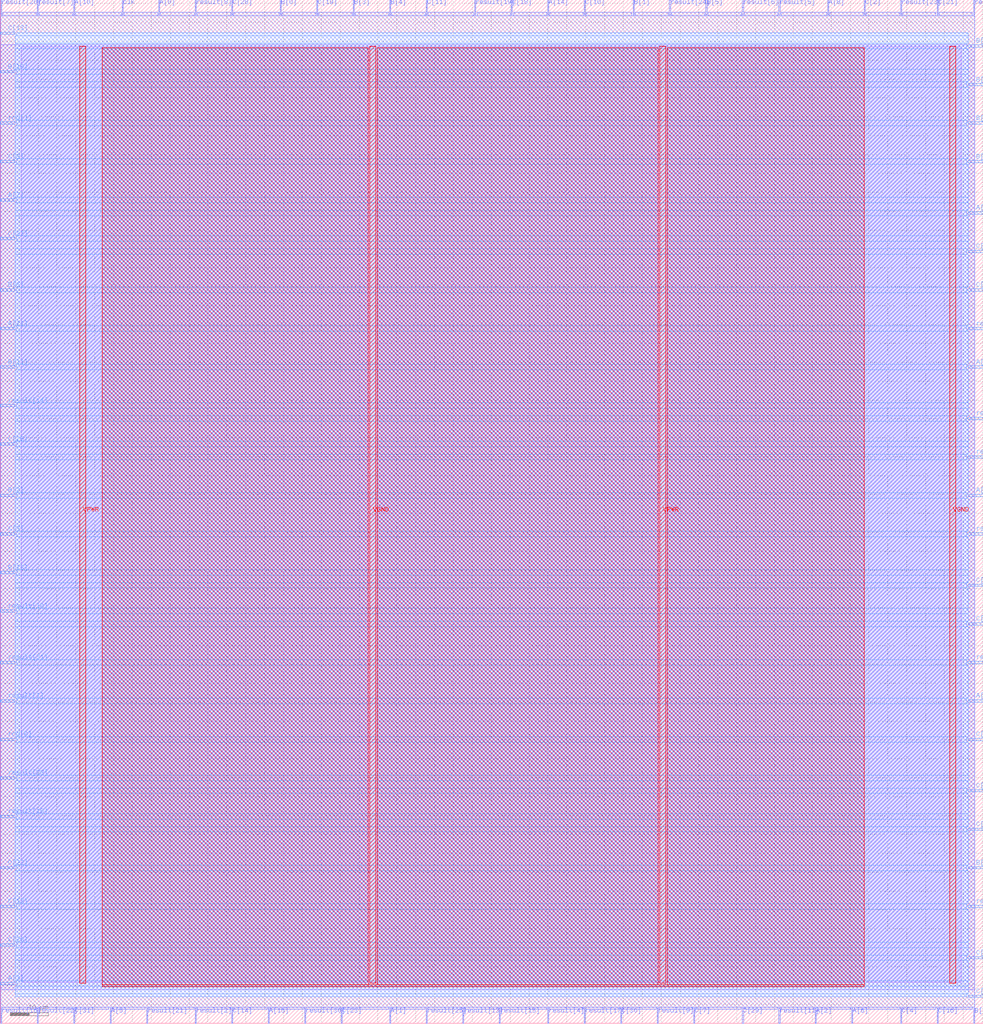
<source format=lef>
VERSION 5.7 ;
  NOWIREEXTENSIONATPIN ON ;
  DIVIDERCHAR "/" ;
  BUSBITCHARS "[]" ;
MACRO FFPMAC
  CLASS BLOCK ;
  FOREIGN FFPMAC ;
  ORIGIN 0.000 0.000 ;
  SIZE 260.260 BY 270.980 ;
  PIN A[0]
    DIRECTION INPUT ;
    USE SIGNAL ;
    PORT
      LAYER met2 ;
        RECT 41.950 266.980 42.230 270.980 ;
    END
  END A[0]
  PIN A[10]
    DIRECTION INPUT ;
    USE SIGNAL ;
    PORT
      LAYER met2 ;
        RECT 19.410 266.980 19.690 270.980 ;
    END
  END A[10]
  PIN A[11]
    DIRECTION INPUT ;
    USE SIGNAL ;
    PORT
      LAYER met3 ;
        RECT 0.000 183.640 4.000 184.240 ;
    END
  END A[11]
  PIN A[12]
    DIRECTION INPUT ;
    USE SIGNAL ;
    PORT
      LAYER met3 ;
        RECT 256.260 85.040 260.260 85.640 ;
    END
  END A[12]
  PIN A[13]
    DIRECTION INPUT ;
    USE SIGNAL ;
    PORT
      LAYER met3 ;
        RECT 256.260 173.440 260.260 174.040 ;
    END
  END A[13]
  PIN A[14]
    DIRECTION INPUT ;
    USE SIGNAL ;
    PORT
      LAYER met2 ;
        RECT 144.990 266.980 145.270 270.980 ;
    END
  END A[14]
  PIN A[15]
    DIRECTION INPUT ;
    USE SIGNAL ;
    PORT
      LAYER met2 ;
        RECT 70.930 0.000 71.210 4.000 ;
    END
  END A[15]
  PIN A[1]
    DIRECTION INPUT ;
    USE SIGNAL ;
    PORT
      LAYER met2 ;
        RECT 103.130 0.000 103.410 4.000 ;
    END
  END A[1]
  PIN A[2]
    DIRECTION INPUT ;
    USE SIGNAL ;
    PORT
      LAYER met2 ;
        RECT 215.830 0.000 216.110 4.000 ;
    END
  END A[2]
  PIN A[3]
    DIRECTION INPUT ;
    USE SIGNAL ;
    PORT
      LAYER met3 ;
        RECT 0.000 10.240 4.000 10.840 ;
    END
  END A[3]
  PIN A[4]
    DIRECTION INPUT ;
    USE SIGNAL ;
    PORT
      LAYER met3 ;
        RECT 256.260 214.240 260.260 214.840 ;
    END
  END A[4]
  PIN A[5]
    DIRECTION INPUT ;
    USE SIGNAL ;
    PORT
      LAYER met2 ;
        RECT 29.070 0.000 29.350 4.000 ;
    END
  END A[5]
  PIN A[6]
    DIRECTION INPUT ;
    USE SIGNAL ;
    PORT
      LAYER met2 ;
        RECT 225.490 0.000 225.770 4.000 ;
    END
  END A[6]
  PIN A[7]
    DIRECTION INPUT ;
    USE SIGNAL ;
    PORT
      LAYER met3 ;
        RECT 0.000 217.640 4.000 218.240 ;
    END
  END A[7]
  PIN A[8]
    DIRECTION INPUT ;
    USE SIGNAL ;
    PORT
      LAYER met2 ;
        RECT 219.050 266.980 219.330 270.980 ;
    END
  END A[8]
  PIN A[9]
    DIRECTION INPUT ;
    USE SIGNAL ;
    PORT
      LAYER met3 ;
        RECT 256.260 139.440 260.260 140.040 ;
    END
  END A[9]
  PIN B[0]
    DIRECTION INPUT ;
    USE SIGNAL ;
    PORT
      LAYER met2 ;
        RECT 74.150 266.980 74.430 270.980 ;
    END
  END B[0]
  PIN B[10]
    DIRECTION INPUT ;
    USE SIGNAL ;
    PORT
      LAYER met3 ;
        RECT 0.000 251.640 4.000 252.240 ;
    END
  END B[10]
  PIN B[11]
    DIRECTION INPUT ;
    USE SIGNAL ;
    PORT
      LAYER met3 ;
        RECT 0.000 173.440 4.000 174.040 ;
    END
  END B[11]
  PIN B[12]
    DIRECTION INPUT ;
    USE SIGNAL ;
    PORT
      LAYER met2 ;
        RECT 257.690 0.000 257.970 4.000 ;
    END
  END B[12]
  PIN B[13]
    DIRECTION INPUT ;
    USE SIGNAL ;
    PORT
      LAYER met3 ;
        RECT 0.000 119.040 4.000 119.640 ;
    END
  END B[13]
  PIN B[14]
    DIRECTION INPUT ;
    USE SIGNAL ;
    PORT
      LAYER met3 ;
        RECT 256.260 238.040 260.260 238.640 ;
    END
  END B[14]
  PIN B[15]
    DIRECTION INPUT ;
    USE SIGNAL ;
    PORT
      LAYER met3 ;
        RECT 256.260 40.840 260.260 41.440 ;
    END
  END B[15]
  PIN B[1]
    DIRECTION INPUT ;
    USE SIGNAL ;
    PORT
      LAYER met2 ;
        RECT 167.530 266.980 167.810 270.980 ;
    END
  END B[1]
  PIN B[2]
    DIRECTION INPUT ;
    USE SIGNAL ;
    PORT
      LAYER met3 ;
        RECT 0.000 139.440 4.000 140.040 ;
    END
  END B[2]
  PIN B[3]
    DIRECTION INPUT ;
    USE SIGNAL ;
    PORT
      LAYER met2 ;
        RECT 93.470 266.980 93.750 270.980 ;
    END
  END B[3]
  PIN B[4]
    DIRECTION INPUT ;
    USE SIGNAL ;
    PORT
      LAYER met2 ;
        RECT 103.130 266.980 103.410 270.980 ;
    END
  END B[4]
  PIN B[5]
    DIRECTION INPUT ;
    USE SIGNAL ;
    PORT
      LAYER met2 ;
        RECT 186.850 266.980 187.130 270.980 ;
    END
  END B[5]
  PIN B[6]
    DIRECTION INPUT ;
    USE SIGNAL ;
    PORT
      LAYER met3 ;
        RECT 0.000 193.840 4.000 194.440 ;
    END
  END B[6]
  PIN B[7]
    DIRECTION INPUT ;
    USE SIGNAL ;
    PORT
      LAYER met3 ;
        RECT 256.260 258.440 260.260 259.040 ;
    END
  END B[7]
  PIN B[8]
    DIRECTION INPUT ;
    USE SIGNAL ;
    PORT
      LAYER met3 ;
        RECT 256.260 227.840 260.260 228.440 ;
    END
  END B[8]
  PIN B[9]
    DIRECTION INPUT ;
    USE SIGNAL ;
    PORT
      LAYER met3 ;
        RECT 256.260 248.240 260.260 248.840 ;
    END
  END B[9]
  PIN C[0]
    DIRECTION INPUT ;
    USE SIGNAL ;
    PORT
      LAYER met3 ;
        RECT 256.260 61.240 260.260 61.840 ;
    END
  END C[0]
  PIN C[10]
    DIRECTION INPUT ;
    USE SIGNAL ;
    PORT
      LAYER met2 ;
        RECT 154.650 266.980 154.930 270.980 ;
    END
  END C[10]
  PIN C[11]
    DIRECTION INPUT ;
    USE SIGNAL ;
    PORT
      LAYER met2 ;
        RECT 112.790 266.980 113.070 270.980 ;
    END
  END C[11]
  PIN C[12]
    DIRECTION INPUT ;
    USE SIGNAL ;
    PORT
      LAYER met3 ;
        RECT 0.000 30.640 4.000 31.240 ;
    END
  END C[12]
  PIN C[13]
    DIRECTION INPUT ;
    USE SIGNAL ;
    PORT
      LAYER met3 ;
        RECT 0.000 261.840 4.000 262.440 ;
    END
  END C[13]
  PIN C[14]
    DIRECTION INPUT ;
    USE SIGNAL ;
    PORT
      LAYER met2 ;
        RECT 61.270 0.000 61.550 4.000 ;
    END
  END C[14]
  PIN C[15]
    DIRECTION INPUT ;
    USE SIGNAL ;
    PORT
      LAYER met3 ;
        RECT 256.260 193.840 260.260 194.440 ;
    END
  END C[15]
  PIN C[16]
    DIRECTION INPUT ;
    USE SIGNAL ;
    PORT
      LAYER met2 ;
        RECT 248.030 0.000 248.310 4.000 ;
    END
  END C[16]
  PIN C[17]
    DIRECTION INPUT ;
    USE SIGNAL ;
    PORT
      LAYER met3 ;
        RECT 256.260 105.440 260.260 106.040 ;
    END
  END C[17]
  PIN C[18]
    DIRECTION INPUT ;
    USE SIGNAL ;
    PORT
      LAYER met2 ;
        RECT 135.330 266.980 135.610 270.980 ;
    END
  END C[18]
  PIN C[19]
    DIRECTION INPUT ;
    USE SIGNAL ;
    PORT
      LAYER met2 ;
        RECT 83.810 266.980 84.090 270.980 ;
    END
  END C[19]
  PIN C[1]
    DIRECTION INPUT ;
    USE SIGNAL ;
    PORT
      LAYER met3 ;
        RECT 256.260 6.840 260.260 7.440 ;
    END
  END C[1]
  PIN C[20]
    DIRECTION INPUT ;
    USE SIGNAL ;
    PORT
      LAYER met3 ;
        RECT 256.260 204.040 260.260 204.640 ;
    END
  END C[20]
  PIN C[21]
    DIRECTION INPUT ;
    USE SIGNAL ;
    PORT
      LAYER met2 ;
        RECT 248.030 266.980 248.310 270.980 ;
    END
  END C[21]
  PIN C[22]
    DIRECTION INPUT ;
    USE SIGNAL ;
    PORT
      LAYER met3 ;
        RECT 0.000 40.840 4.000 41.440 ;
    END
  END C[22]
  PIN C[23]
    DIRECTION INPUT ;
    USE SIGNAL ;
    PORT
      LAYER met2 ;
        RECT 90.250 0.000 90.530 4.000 ;
    END
  END C[23]
  PIN C[24]
    DIRECTION INPUT ;
    USE SIGNAL ;
    PORT
      LAYER met3 ;
        RECT 256.260 51.040 260.260 51.640 ;
    END
  END C[24]
  PIN C[25]
    DIRECTION INPUT ;
    USE SIGNAL ;
    PORT
      LAYER met3 ;
        RECT 0.000 153.040 4.000 153.640 ;
    END
  END C[25]
  PIN C[26]
    DIRECTION INPUT ;
    USE SIGNAL ;
    PORT
      LAYER met3 ;
        RECT 0.000 20.440 4.000 21.040 ;
    END
  END C[26]
  PIN C[27]
    DIRECTION INPUT ;
    USE SIGNAL ;
    PORT
      LAYER met3 ;
        RECT 0.000 207.440 4.000 208.040 ;
    END
  END C[27]
  PIN C[28]
    DIRECTION INPUT ;
    USE SIGNAL ;
    PORT
      LAYER met2 ;
        RECT 61.270 266.980 61.550 270.980 ;
    END
  END C[28]
  PIN C[29]
    DIRECTION INPUT ;
    USE SIGNAL ;
    PORT
      LAYER met2 ;
        RECT 196.510 0.000 196.790 4.000 ;
    END
  END C[29]
  PIN C[2]
    DIRECTION INPUT ;
    USE SIGNAL ;
    PORT
      LAYER met2 ;
        RECT 228.710 266.980 228.990 270.980 ;
    END
  END C[2]
  PIN C[30]
    DIRECTION INPUT ;
    USE SIGNAL ;
    PORT
      LAYER met2 ;
        RECT 164.310 0.000 164.590 4.000 ;
    END
  END C[30]
  PIN C[31]
    DIRECTION INPUT ;
    USE SIGNAL ;
    PORT
      LAYER met2 ;
        RECT 19.410 0.000 19.690 4.000 ;
    END
  END C[31]
  PIN C[3]
    DIRECTION INPUT ;
    USE SIGNAL ;
    PORT
      LAYER met3 ;
        RECT 0.000 129.240 4.000 129.840 ;
    END
  END C[3]
  PIN C[4]
    DIRECTION INPUT ;
    USE SIGNAL ;
    PORT
      LAYER met2 ;
        RECT 238.370 0.000 238.650 4.000 ;
    END
  END C[4]
  PIN C[5]
    DIRECTION INPUT ;
    USE SIGNAL ;
    PORT
      LAYER met3 ;
        RECT 256.260 115.640 260.260 116.240 ;
    END
  END C[5]
  PIN C[6]
    DIRECTION INPUT ;
    USE SIGNAL ;
    PORT
      LAYER met3 ;
        RECT 256.260 74.840 260.260 75.440 ;
    END
  END C[6]
  PIN C[7]
    DIRECTION INPUT ;
    USE SIGNAL ;
    PORT
      LAYER met2 ;
        RECT 183.630 0.000 183.910 4.000 ;
    END
  END C[7]
  PIN C[8]
    DIRECTION INPUT ;
    USE SIGNAL ;
    PORT
      LAYER met3 ;
        RECT 0.000 227.840 4.000 228.440 ;
    END
  END C[8]
  PIN C[9]
    DIRECTION INPUT ;
    USE SIGNAL ;
    PORT
      LAYER met3 ;
        RECT 256.260 17.040 260.260 17.640 ;
    END
  END C[9]
  PIN VGND
    DIRECTION INOUT ;
    USE GROUND ;
    PORT
      LAYER met4 ;
        RECT 97.840 10.640 99.440 258.640 ;
    END
    PORT
      LAYER met4 ;
        RECT 251.440 10.640 253.040 258.640 ;
    END
  END VGND
  PIN VPWR
    DIRECTION INOUT ;
    USE POWER ;
    PORT
      LAYER met4 ;
        RECT 21.040 10.640 22.640 258.640 ;
    END
    PORT
      LAYER met4 ;
        RECT 174.640 10.640 176.240 258.640 ;
    END
  END VPWR
  PIN clk
    DIRECTION INPUT ;
    USE SIGNAL ;
    PORT
      LAYER met2 ;
        RECT 32.290 266.980 32.570 270.980 ;
    END
  END clk
  PIN result[0]
    DIRECTION OUTPUT TRISTATE ;
    USE SIGNAL ;
    PORT
      LAYER met3 ;
        RECT 256.260 95.240 260.260 95.840 ;
    END
  END result[0]
  PIN result[10]
    DIRECTION OUTPUT TRISTATE ;
    USE SIGNAL ;
    PORT
      LAYER met3 ;
        RECT 0.000 108.840 4.000 109.440 ;
    END
  END result[10]
  PIN result[11]
    DIRECTION OUTPUT TRISTATE ;
    USE SIGNAL ;
    PORT
      LAYER met2 ;
        RECT 206.170 0.000 206.450 4.000 ;
    END
  END result[11]
  PIN result[12]
    DIRECTION OUTPUT TRISTATE ;
    USE SIGNAL ;
    PORT
      LAYER met3 ;
        RECT 256.260 183.640 260.260 184.240 ;
    END
  END result[12]
  PIN result[13]
    DIRECTION OUTPUT TRISTATE ;
    USE SIGNAL ;
    PORT
      LAYER met2 ;
        RECT 122.450 0.000 122.730 4.000 ;
    END
  END result[13]
  PIN result[14]
    DIRECTION OUTPUT TRISTATE ;
    USE SIGNAL ;
    PORT
      LAYER met3 ;
        RECT 0.000 163.240 4.000 163.840 ;
    END
  END result[14]
  PIN result[15]
    DIRECTION OUTPUT TRISTATE ;
    USE SIGNAL ;
    PORT
      LAYER met2 ;
        RECT 132.110 0.000 132.390 4.000 ;
    END
  END result[15]
  PIN result[16]
    DIRECTION OUTPUT TRISTATE ;
    USE SIGNAL ;
    PORT
      LAYER met2 ;
        RECT 0.090 0.000 0.370 4.000 ;
    END
  END result[16]
  PIN result[17]
    DIRECTION OUTPUT TRISTATE ;
    USE SIGNAL ;
    PORT
      LAYER met2 ;
        RECT 154.650 0.000 154.930 4.000 ;
    END
  END result[17]
  PIN result[18]
    DIRECTION OUTPUT TRISTATE ;
    USE SIGNAL ;
    PORT
      LAYER met3 ;
        RECT 0.000 54.440 4.000 55.040 ;
    END
  END result[18]
  PIN result[19]
    DIRECTION OUTPUT TRISTATE ;
    USE SIGNAL ;
    PORT
      LAYER met2 ;
        RECT 125.670 266.980 125.950 270.980 ;
    END
  END result[19]
  PIN result[1]
    DIRECTION OUTPUT TRISTATE ;
    USE SIGNAL ;
    PORT
      LAYER met3 ;
        RECT 0.000 85.040 4.000 85.640 ;
    END
  END result[1]
  PIN result[20]
    DIRECTION OUTPUT TRISTATE ;
    USE SIGNAL ;
    PORT
      LAYER met2 ;
        RECT 0.090 266.980 0.370 270.980 ;
    END
  END result[20]
  PIN result[21]
    DIRECTION OUTPUT TRISTATE ;
    USE SIGNAL ;
    PORT
      LAYER met2 ;
        RECT 38.730 0.000 39.010 4.000 ;
    END
  END result[21]
  PIN result[22]
    DIRECTION OUTPUT TRISTATE ;
    USE SIGNAL ;
    PORT
      LAYER met2 ;
        RECT 9.750 0.000 10.030 4.000 ;
    END
  END result[22]
  PIN result[23]
    DIRECTION OUTPUT TRISTATE ;
    USE SIGNAL ;
    PORT
      LAYER met2 ;
        RECT 238.370 266.980 238.650 270.980 ;
    END
  END result[23]
  PIN result[24]
    DIRECTION OUTPUT TRISTATE ;
    USE SIGNAL ;
    PORT
      LAYER met2 ;
        RECT 177.190 266.980 177.470 270.980 ;
    END
  END result[24]
  PIN result[25]
    DIRECTION OUTPUT TRISTATE ;
    USE SIGNAL ;
    PORT
      LAYER met2 ;
        RECT 112.790 0.000 113.070 4.000 ;
    END
  END result[25]
  PIN result[26]
    DIRECTION OUTPUT TRISTATE ;
    USE SIGNAL ;
    PORT
      LAYER met2 ;
        RECT 257.690 266.980 257.970 270.980 ;
    END
  END result[26]
  PIN result[27]
    DIRECTION OUTPUT TRISTATE ;
    USE SIGNAL ;
    PORT
      LAYER met3 ;
        RECT 256.260 30.640 260.260 31.240 ;
    END
  END result[27]
  PIN result[28]
    DIRECTION OUTPUT TRISTATE ;
    USE SIGNAL ;
    PORT
      LAYER met3 ;
        RECT 0.000 64.640 4.000 65.240 ;
    END
  END result[28]
  PIN result[29]
    DIRECTION OUTPUT TRISTATE ;
    USE SIGNAL ;
    PORT
      LAYER met3 ;
        RECT 256.260 149.640 260.260 150.240 ;
    END
  END result[29]
  PIN result[2]
    DIRECTION OUTPUT TRISTATE ;
    USE SIGNAL ;
    PORT
      LAYER met2 ;
        RECT 51.610 0.000 51.890 4.000 ;
    END
  END result[2]
  PIN result[30]
    DIRECTION OUTPUT TRISTATE ;
    USE SIGNAL ;
    PORT
      LAYER met2 ;
        RECT 80.590 0.000 80.870 4.000 ;
    END
  END result[30]
  PIN result[31]
    DIRECTION OUTPUT TRISTATE ;
    USE SIGNAL ;
    PORT
      LAYER met3 ;
        RECT 0.000 95.240 4.000 95.840 ;
    END
  END result[31]
  PIN result[3]
    DIRECTION OUTPUT TRISTATE ;
    USE SIGNAL ;
    PORT
      LAYER met3 ;
        RECT 256.260 159.840 260.260 160.440 ;
    END
  END result[3]
  PIN result[4]
    DIRECTION OUTPUT TRISTATE ;
    USE SIGNAL ;
    PORT
      LAYER met2 ;
        RECT 144.990 0.000 145.270 4.000 ;
    END
  END result[4]
  PIN result[5]
    DIRECTION OUTPUT TRISTATE ;
    USE SIGNAL ;
    PORT
      LAYER met2 ;
        RECT 206.170 266.980 206.450 270.980 ;
    END
  END result[5]
  PIN result[6]
    DIRECTION OUTPUT TRISTATE ;
    USE SIGNAL ;
    PORT
      LAYER met2 ;
        RECT 196.510 266.980 196.790 270.980 ;
    END
  END result[6]
  PIN result[7]
    DIRECTION OUTPUT TRISTATE ;
    USE SIGNAL ;
    PORT
      LAYER met2 ;
        RECT 9.750 266.980 10.030 270.980 ;
    END
  END result[7]
  PIN result[8]
    DIRECTION OUTPUT TRISTATE ;
    USE SIGNAL ;
    PORT
      LAYER met2 ;
        RECT 51.610 266.980 51.890 270.980 ;
    END
  END result[8]
  PIN result[9]
    DIRECTION OUTPUT TRISTATE ;
    USE SIGNAL ;
    PORT
      LAYER met2 ;
        RECT 173.970 0.000 174.250 4.000 ;
    END
  END result[9]
  PIN rnd[0]
    DIRECTION INPUT ;
    USE SIGNAL ;
    PORT
      LAYER met3 ;
        RECT 0.000 74.840 4.000 75.440 ;
    END
  END rnd[0]
  PIN rnd[1]
    DIRECTION INPUT ;
    USE SIGNAL ;
    PORT
      LAYER met3 ;
        RECT 0.000 238.040 4.000 238.640 ;
    END
  END rnd[1]
  PIN rst
    DIRECTION INPUT ;
    USE SIGNAL ;
    PORT
      LAYER met3 ;
        RECT 256.260 129.240 260.260 129.840 ;
    END
  END rst
  OBS
      LAYER li1 ;
        RECT 5.520 10.795 254.380 258.485 ;
      LAYER met1 ;
        RECT 0.070 8.880 257.990 259.040 ;
      LAYER met2 ;
        RECT 0.650 266.700 9.470 267.650 ;
        RECT 10.310 266.700 19.130 267.650 ;
        RECT 19.970 266.700 32.010 267.650 ;
        RECT 32.850 266.700 41.670 267.650 ;
        RECT 42.510 266.700 51.330 267.650 ;
        RECT 52.170 266.700 60.990 267.650 ;
        RECT 61.830 266.700 73.870 267.650 ;
        RECT 74.710 266.700 83.530 267.650 ;
        RECT 84.370 266.700 93.190 267.650 ;
        RECT 94.030 266.700 102.850 267.650 ;
        RECT 103.690 266.700 112.510 267.650 ;
        RECT 113.350 266.700 125.390 267.650 ;
        RECT 126.230 266.700 135.050 267.650 ;
        RECT 135.890 266.700 144.710 267.650 ;
        RECT 145.550 266.700 154.370 267.650 ;
        RECT 155.210 266.700 167.250 267.650 ;
        RECT 168.090 266.700 176.910 267.650 ;
        RECT 177.750 266.700 186.570 267.650 ;
        RECT 187.410 266.700 196.230 267.650 ;
        RECT 197.070 266.700 205.890 267.650 ;
        RECT 206.730 266.700 218.770 267.650 ;
        RECT 219.610 266.700 228.430 267.650 ;
        RECT 229.270 266.700 238.090 267.650 ;
        RECT 238.930 266.700 247.750 267.650 ;
        RECT 248.590 266.700 257.410 267.650 ;
        RECT 0.100 4.280 257.960 266.700 ;
        RECT 0.650 3.670 9.470 4.280 ;
        RECT 10.310 3.670 19.130 4.280 ;
        RECT 19.970 3.670 28.790 4.280 ;
        RECT 29.630 3.670 38.450 4.280 ;
        RECT 39.290 3.670 51.330 4.280 ;
        RECT 52.170 3.670 60.990 4.280 ;
        RECT 61.830 3.670 70.650 4.280 ;
        RECT 71.490 3.670 80.310 4.280 ;
        RECT 81.150 3.670 89.970 4.280 ;
        RECT 90.810 3.670 102.850 4.280 ;
        RECT 103.690 3.670 112.510 4.280 ;
        RECT 113.350 3.670 122.170 4.280 ;
        RECT 123.010 3.670 131.830 4.280 ;
        RECT 132.670 3.670 144.710 4.280 ;
        RECT 145.550 3.670 154.370 4.280 ;
        RECT 155.210 3.670 164.030 4.280 ;
        RECT 164.870 3.670 173.690 4.280 ;
        RECT 174.530 3.670 183.350 4.280 ;
        RECT 184.190 3.670 196.230 4.280 ;
        RECT 197.070 3.670 205.890 4.280 ;
        RECT 206.730 3.670 215.550 4.280 ;
        RECT 216.390 3.670 225.210 4.280 ;
        RECT 226.050 3.670 238.090 4.280 ;
        RECT 238.930 3.670 247.750 4.280 ;
        RECT 248.590 3.670 257.410 4.280 ;
      LAYER met3 ;
        RECT 4.400 261.440 256.260 262.305 ;
        RECT 4.000 259.440 256.260 261.440 ;
        RECT 4.000 258.040 255.860 259.440 ;
        RECT 4.000 252.640 256.260 258.040 ;
        RECT 4.400 251.240 256.260 252.640 ;
        RECT 4.000 249.240 256.260 251.240 ;
        RECT 4.000 247.840 255.860 249.240 ;
        RECT 4.000 239.040 256.260 247.840 ;
        RECT 4.400 237.640 255.860 239.040 ;
        RECT 4.000 228.840 256.260 237.640 ;
        RECT 4.400 227.440 255.860 228.840 ;
        RECT 4.000 218.640 256.260 227.440 ;
        RECT 4.400 217.240 256.260 218.640 ;
        RECT 4.000 215.240 256.260 217.240 ;
        RECT 4.000 213.840 255.860 215.240 ;
        RECT 4.000 208.440 256.260 213.840 ;
        RECT 4.400 207.040 256.260 208.440 ;
        RECT 4.000 205.040 256.260 207.040 ;
        RECT 4.000 203.640 255.860 205.040 ;
        RECT 4.000 194.840 256.260 203.640 ;
        RECT 4.400 193.440 255.860 194.840 ;
        RECT 4.000 184.640 256.260 193.440 ;
        RECT 4.400 183.240 255.860 184.640 ;
        RECT 4.000 174.440 256.260 183.240 ;
        RECT 4.400 173.040 255.860 174.440 ;
        RECT 4.000 164.240 256.260 173.040 ;
        RECT 4.400 162.840 256.260 164.240 ;
        RECT 4.000 160.840 256.260 162.840 ;
        RECT 4.000 159.440 255.860 160.840 ;
        RECT 4.000 154.040 256.260 159.440 ;
        RECT 4.400 152.640 256.260 154.040 ;
        RECT 4.000 150.640 256.260 152.640 ;
        RECT 4.000 149.240 255.860 150.640 ;
        RECT 4.000 140.440 256.260 149.240 ;
        RECT 4.400 139.040 255.860 140.440 ;
        RECT 4.000 130.240 256.260 139.040 ;
        RECT 4.400 128.840 255.860 130.240 ;
        RECT 4.000 120.040 256.260 128.840 ;
        RECT 4.400 118.640 256.260 120.040 ;
        RECT 4.000 116.640 256.260 118.640 ;
        RECT 4.000 115.240 255.860 116.640 ;
        RECT 4.000 109.840 256.260 115.240 ;
        RECT 4.400 108.440 256.260 109.840 ;
        RECT 4.000 106.440 256.260 108.440 ;
        RECT 4.000 105.040 255.860 106.440 ;
        RECT 4.000 96.240 256.260 105.040 ;
        RECT 4.400 94.840 255.860 96.240 ;
        RECT 4.000 86.040 256.260 94.840 ;
        RECT 4.400 84.640 255.860 86.040 ;
        RECT 4.000 75.840 256.260 84.640 ;
        RECT 4.400 74.440 255.860 75.840 ;
        RECT 4.000 65.640 256.260 74.440 ;
        RECT 4.400 64.240 256.260 65.640 ;
        RECT 4.000 62.240 256.260 64.240 ;
        RECT 4.000 60.840 255.860 62.240 ;
        RECT 4.000 55.440 256.260 60.840 ;
        RECT 4.400 54.040 256.260 55.440 ;
        RECT 4.000 52.040 256.260 54.040 ;
        RECT 4.000 50.640 255.860 52.040 ;
        RECT 4.000 41.840 256.260 50.640 ;
        RECT 4.400 40.440 255.860 41.840 ;
        RECT 4.000 31.640 256.260 40.440 ;
        RECT 4.400 30.240 255.860 31.640 ;
        RECT 4.000 21.440 256.260 30.240 ;
        RECT 4.400 20.040 256.260 21.440 ;
        RECT 4.000 18.040 256.260 20.040 ;
        RECT 4.000 16.640 255.860 18.040 ;
        RECT 4.000 11.240 256.260 16.640 ;
        RECT 4.400 9.840 256.260 11.240 ;
        RECT 4.000 7.840 256.260 9.840 ;
        RECT 4.000 6.975 255.860 7.840 ;
      LAYER met4 ;
        RECT 26.975 10.240 97.440 258.225 ;
        RECT 99.840 10.240 174.240 258.225 ;
        RECT 176.640 10.240 228.785 258.225 ;
        RECT 26.975 9.695 228.785 10.240 ;
  END
END FFPMAC
END LIBRARY


</source>
